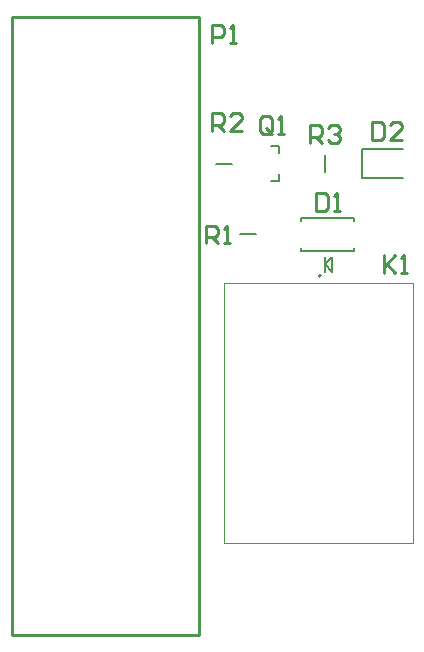
<source format=gto>
G04*
G04 #@! TF.GenerationSoftware,Altium Limited,Altium Designer,18.1.9 (240)*
G04*
G04 Layer_Color=65535*
%FSLAX25Y25*%
%MOIN*%
G70*
G01*
G75*
%ADD10C,0.00787*%
%ADD11C,0.00394*%
%ADD12C,0.01000*%
D10*
X237008Y159449D02*
G03*
X236221Y159449I-394J0D01*
G01*
D02*
G03*
X237008Y159449I394J0D01*
G01*
X223031Y200394D02*
Y202559D01*
Y191142D02*
Y193307D01*
X220472Y202559D02*
X223031D01*
X220472Y191142D02*
X223031D01*
X201969Y196850D02*
X207480D01*
X250590Y192028D02*
X264370D01*
X250590D02*
Y201673D01*
X264370D01*
X238189Y194095D02*
Y199606D01*
X230315Y177854D02*
Y178740D01*
X248031Y177854D02*
Y178740D01*
X230315Y167717D02*
Y168602D01*
X248031Y167717D02*
Y168602D01*
X230315Y178740D02*
X248031D01*
X230315Y167717D02*
X248031D01*
X238280Y160870D02*
Y165870D01*
Y163370D02*
X240780Y160870D01*
X238280Y163370D02*
X240780Y165870D01*
Y160870D02*
Y165870D01*
X209842Y173228D02*
X215354D01*
D11*
X204724Y70472D02*
Y157087D01*
Y70472D02*
X267717D01*
Y157087D01*
X204724D02*
X267717D01*
D12*
X133858Y245630D02*
X196457D01*
Y39724D02*
Y245630D01*
X133858Y39724D02*
Y245630D01*
Y39724D02*
X196457D01*
X235236Y187100D02*
Y181102D01*
X238235D01*
X239235Y182102D01*
Y186101D01*
X238235Y187100D01*
X235236D01*
X241234Y181102D02*
X243234D01*
X242234D01*
Y187100D01*
X241234Y186101D01*
X200787Y237205D02*
Y243203D01*
X203786D01*
X204786Y242203D01*
Y240204D01*
X203786Y239204D01*
X200787D01*
X206785Y237205D02*
X208785D01*
X207785D01*
Y243203D01*
X206785Y242203D01*
X233268Y203740D02*
Y209738D01*
X236267D01*
X237266Y208738D01*
Y206739D01*
X236267Y205739D01*
X233268D01*
X235267D02*
X237266Y203740D01*
X239266Y208738D02*
X240265Y209738D01*
X242265D01*
X243265Y208738D01*
Y207739D01*
X242265Y206739D01*
X241265D01*
X242265D01*
X243265Y205739D01*
Y204740D01*
X242265Y203740D01*
X240265D01*
X239266Y204740D01*
X253937Y210722D02*
Y204724D01*
X256936D01*
X257936Y205724D01*
Y209723D01*
X256936Y210722D01*
X253937D01*
X263934Y204724D02*
X259935D01*
X263934Y208723D01*
Y209723D01*
X262934Y210722D01*
X260935D01*
X259935Y209723D01*
X200787Y207677D02*
Y213581D01*
X203739D01*
X204723Y212597D01*
Y210629D01*
X203739Y209645D01*
X200787D01*
X202755D02*
X204723Y207677D01*
X210627D02*
X206691D01*
X210627Y211613D01*
Y212597D01*
X209643Y213581D01*
X207675D01*
X206691Y212597D01*
X198819Y170276D02*
Y176179D01*
X201771D01*
X202755Y175195D01*
Y173227D01*
X201771Y172243D01*
X198819D01*
X200787D02*
X202755Y170276D01*
X204722D02*
X206690D01*
X205706D01*
Y176179D01*
X204722Y175195D01*
X220534Y207693D02*
Y211691D01*
X219534Y212691D01*
X217535D01*
X216535Y211691D01*
Y207693D01*
X217535Y206693D01*
X219534D01*
X218535Y208692D02*
X220534Y206693D01*
X219534D02*
X220534Y207693D01*
X222533Y206693D02*
X224533D01*
X223533D01*
Y212691D01*
X222533Y211691D01*
X257874Y166337D02*
Y160433D01*
Y162401D01*
X261810Y166337D01*
X258858Y163385D01*
X261810Y160433D01*
X263778D02*
X265745D01*
X264761D01*
Y166337D01*
X263778Y165353D01*
M02*

</source>
